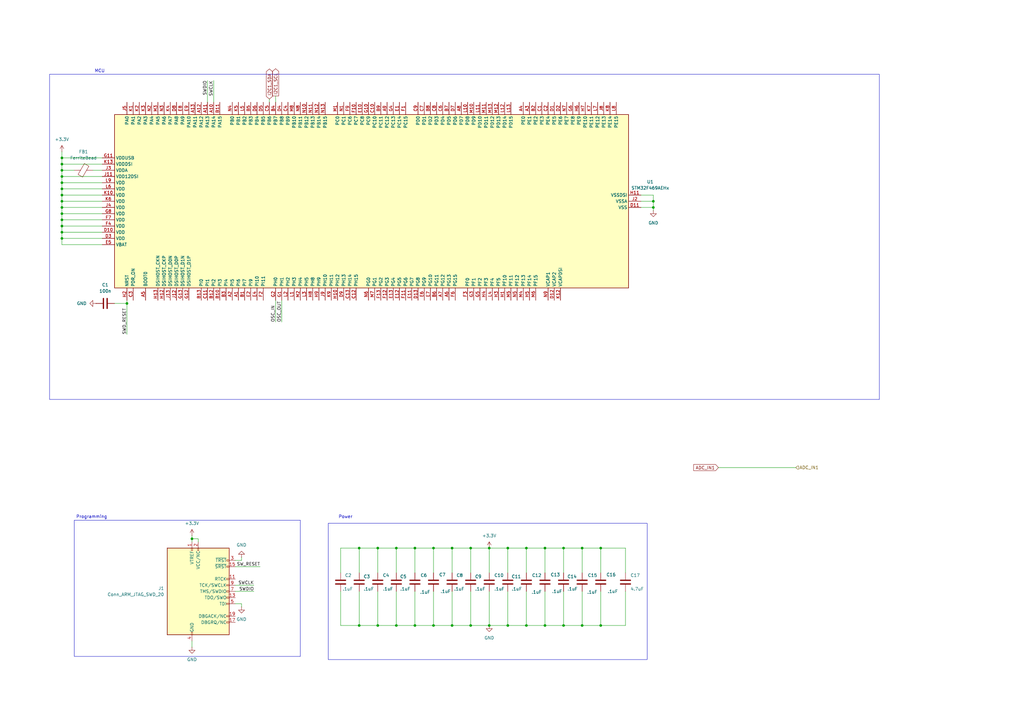
<source format=kicad_sch>
(kicad_sch (version 20250114) (generator "eeschema") (generator_version "9.0")
  (paper "A3")
  (lib_symbols
    (symbol "Connector:Conn_ARM_JTAG_SWD_20" (pin_names (offset 1.016))
      (property "Reference" "J" (at -5.08 21.59 0))
      (property "Value" "Conn_ARM_JTAG_SWD_20" (at -5.08 19.05 0))
      (symbol "Conn_ARM_JTAG_SWD_20_0_1"
        (rectangle (start -12.7 17.78) (end 12.7 -17.78) (stroke (width 0.254)) (fill (type background)))
        (rectangle (start -2.794 17.78) (end -2.286 16.764))
        (rectangle (start -2.794 -17.78) (end -2.286 -16.764))
        (rectangle (start -0.254 17.78) (end 0.254 16.764))
        (rectangle (start 11.684 2.286) (end 12.7 2.794))
        (rectangle (start 12.7 12.954) (end 11.684 12.446))
        (rectangle (start 12.7 10.414) (end 11.684 9.906))
        (rectangle (start 12.7 4.826) (end 11.684 5.334))
        (rectangle (start 12.7 -0.254) (end 11.684 0.254))
        (rectangle (start 12.7 -2.794) (end 11.684 -2.286))
        (rectangle (start 12.7 -9.906) (end 11.684 -10.414))
        (rectangle (start 12.7 -12.446) (end 11.684 -12.954))
      )
      (symbol "Conn_ARM_JTAG_SWD_20_1_1"
        (rectangle (start 11.684 -5.334) (end 12.7 -4.826))
        (pin power_in line (at -2.54 20.32 270) (length 2.54) (name "VTREF") (number "1"))
        (pin passive line (at -2.54 -20.32 90) (length 2.54) (hide yes) (name "GND") (number "10"))
        (pin passive line (at -2.54 -20.32 90) (length 2.54) (hide yes) (name "GND") (number "12"))
        (pin passive line (at -2.54 -20.32 90) (length 2.54) (hide yes) (name "GND") (number "14"))
        (pin passive line (at -2.54 -20.32 90) (length 2.54) (hide yes) (name "GND") (number "16"))
        (pin passive line (at -2.54 -20.32 90) (length 2.54) (hide yes) (name "GND") (number "18"))
        (pin passive line (at -2.54 -20.32 90) (length 2.54) (hide yes) (name "GND") (number "20"))
        (pin power_in line (at -2.54 -20.32 90) (length 2.54) (name "GND") (number "4"))
        (pin passive line (at -2.54 -20.32 90) (length 2.54) (hide yes) (name "GND") (number "6"))
        (pin passive line (at -2.54 -20.32 90) (length 2.54) (hide yes) (name "GND") (number "8"))
        (pin power_in line (at 0 20.32 270) (length 2.54) (name "VCC/NC") (number "2"))
        (pin output line (at 15.24 12.7 180) (length 2.54) (name "~{TRST}") (number "3"))
        (pin bidirectional line (at 15.24 10.16 180) (length 2.54) (name "~{SRST}") (number "15"))
        (pin input line (at 15.24 5.08 180) (length 2.54) (name "RTCK") (number "11"))
        (pin output line (at 15.24 2.54 180) (length 2.54) (name "TCK/SWCLK") (number "9"))
        (pin output line (at 15.24 0 180) (length 2.54) (name "TMS/SWDIO") (number "7"))
        (pin input line (at 15.24 -2.54 180) (length 2.54) (name "TDO/SWO") (number "13"))
        (pin output line (at 15.24 -5.08 180) (length 2.54) (name "TDI") (number "5"))
        (pin input line (at 15.24 -10.16 180) (length 2.54) (name "DBGACK/NC") (number "19"))
        (pin output line (at 15.24 -12.7 180) (length 2.54) (name "DBGRQ/NC") (number "17"))
      )
    )
    (symbol "Device:C" (pin_numbers (hide yes)) (pin_names (offset 0.254))
      (property "Reference" "C" (at 0.635 2.54 0))
      (property "Value" "C" (at 0.635 -2.54 0))
      (symbol "C_0_1"
        (polyline (pts (xy -2.032 0.762) (xy 2.032 0.762)) (stroke (width 0.508)))
        (polyline (pts (xy -2.032 -0.762) (xy 2.032 -0.762)) (stroke (width 0.508)))
      )
      (symbol "C_1_1"
        (pin passive line (at 0 3.81 270) (length 2.794) (name "~") (number "1"))
        (pin passive line (at 0 -3.81 90) (length 2.794) (name "~") (number "2"))
      )
    )
    (symbol "Device:FerriteBead" (pin_numbers (hide yes)) (pin_names (offset 0))
      (property "Reference" "FB" (at -3.81 0.635 90))
      (property "Value" "FerriteBead" (at 3.81 0 90))
      (symbol "FerriteBead_0_1"
        (polyline (pts (xy -2.7686 0.4064) (xy -1.7018 2.2606) (xy 2.7686 -0.3048) (xy 1.6764 -2.159) (xy -2.7686 0.4064)))
        (polyline (pts (xy 0 1.27) (xy 0 1.2954)))
        (polyline (pts (xy 0 -1.27) (xy 0 -1.2192)))
      )
      (symbol "FerriteBead_1_1"
        (pin passive line (at 0 3.81 270) (length 2.54) (name "~") (number "1"))
        (pin passive line (at 0 -3.81 90) (length 2.54) (name "~") (number "2"))
      )
    )
    (symbol "MCU_ST_STM32F4:STM32F469AEHx"
      (property "Reference" "U" (at -35.56 107.95 0))
      (property "Value" "STM32F469AEHx" (at 20.32 107.95 0))
      (symbol "STM32F469AEHx_0_1"
        (rectangle (start -35.56 -104.14) (end 35.56 106.68) (stroke (width 0.254)) (fill (type background)))
      )
      (symbol "STM32F469AEHx_1_1"
        (pin input line (at -40.64 101.6 0) (length 5.08) (name "NRST") (number "H2"))
        (pin input line (at -40.64 99.06 0) (length 5.08) (name "PDR_ON") (number "C3"))
        (pin input line (at -40.64 93.98 0) (length 5.08) (name "BOOT0") (number "A5"))
        (pin bidirectional line (at -40.64 88.9 0) (length 5.08) (name "DSIHOST_CKN") (number "H13"))
        (pin bidirectional line (at -40.64 86.36 0) (length 5.08) (name "DSIHOST_CKP") (number "H12"))
        (pin bidirectional line (at -40.64 83.82 0) (length 5.08) (name "DSIHOST_D0N") (number "J13"))
        (pin bidirectional line (at -40.64 81.28 0) (length 5.08) (name "DSIHOST_D0P") (number "J12"))
        (pin bidirectional line (at -40.64 78.74 0) (length 5.08) (name "DSIHOST_D1N") (number "G13"))
        (pin bidirectional line (at -40.64 76.2 0) (length 5.08) (name "DSIHOST_D1P") (number "G12"))
        (pin bidirectional line (at -40.64 71.12 0) (length 5.08) (name "PI0") (number "B13"))
        (pin bidirectional line (at -40.64 68.58 0) (length 5.08) (name "PI1") (number "C11"))
        (pin bidirectional line (at -40.64 66.04 0) (length 5.08) (name "PI2") (number "B12"))
        (pin bidirectional line (at -40.64 63.5 0) (length 5.08) (name "PI3") (number "B10"))
        (pin bidirectional line (at -40.64 60.96 0) (length 5.08) (name "PI4") (number "B3"))
        (pin bidirectional line (at -40.64 58.42 0) (length 5.08) (name "PI5") (number "A2"))
        (pin bidirectional line (at -40.64 55.88 0) (length 5.08) (name "PI6") (number "A1"))
        (pin bidirectional line (at -40.64 53.34 0) (length 5.08) (name "PI7") (number "B1"))
        (pin bidirectional line (at -40.64 50.8 0) (length 5.08) (name "PI9") (number "E2"))
        (pin bidirectional line (at -40.64 48.26 0) (length 5.08) (name "PI10") (number "E4"))
        (pin bidirectional line (at -40.64 45.72 0) (length 5.08) (name "PI11") (number "F2"))
        (pin bidirectional line (at -40.64 40.64 0) (length 5.08) (name "PH0") (number "G2"))
        (pin bidirectional line (at -40.64 38.1 0) (length 5.08) (name "PH1") (number "G1"))
        (pin bidirectional line (at -40.64 35.56 0) (length 5.08) (name "PH2") (number "L2"))
        (pin bidirectional line (at -40.64 33.02 0) (length 5.08) (name "PH3") (number "L1"))
        (pin bidirectional line (at -40.64 30.48 0) (length 5.08) (name "PH4") (number "M2"))
        (pin bidirectional line (at -40.64 27.94 0) (length 5.08) (name "PH5") (number "L3"))
        (pin bidirectional line (at -40.64 25.4 0) (length 5.08) (name "PH8") (number "H8"))
        (pin bidirectional line (at -40.64 22.86 0) (length 5.08) (name "PH9") (number "H9"))
        (pin bidirectional line (at -40.64 20.32 0) (length 5.08) (name "PH10") (number "J9"))
        (pin bidirectional line (at -40.64 17.78 0) (length 5.08) (name "PH11") (number "K9"))
        (pin bidirectional line (at -40.64 15.24 0) (length 5.08) (name "PH12") (number "H10"))
        (pin bidirectional line (at -40.64 12.7 0) (length 5.08) (name "PH13") (number "D9"))
        (pin bidirectional line (at -40.64 10.16 0) (length 5.08) (name "PH14") (number "C13"))
        (pin bidirectional line (at -40.64 7.62 0) (length 5.08) (name "PH15") (number "C12"))
        (pin bidirectional line (at -40.64 2.54 0) (length 5.08) (name "PG0") (number "N6"))
        (pin bidirectional line (at -40.64 0 0) (length 5.08) (name "PG1") (number "M7"))
        (pin bidirectional line (at -40.64 -2.54 0) (length 5.08) (name "PG2") (number "F13"))
        (pin bidirectional line (at -40.64 -5.08 0) (length 5.08) (name "PG3") (number "F12"))
        (pin bidirectional line (at -40.64 -7.62 0) (length 5.08) (name "PG4") (number "E13"))
        (pin bidirectional line (at -40.64 -10.16 0) (length 5.08) (name "PG5") (number "E12"))
        (pin bidirectional line (at -40.64 -12.7 0) (length 5.08) (name "PG6") (number "F11"))
        (pin bidirectional line (at -40.64 -15.24 0) (length 5.08) (name "PG7") (number "E11"))
        (pin bidirectional line (at -40.64 -17.78 0) (length 5.08) (name "PG8") (number "D13"))
        (pin bidirectional line (at -40.64 -20.32 0) (length 5.08) (name "PG9") (number "E6"))
        (pin bidirectional line (at -40.64 -22.86 0) (length 5.08) (name "PG10") (number "E7"))
        (pin bidirectional line (at -40.64 -25.4 0) (length 5.08) (name "PG11") (number "B6"))
        (pin bidirectional line (at -40.64 -27.94 0) (length 5.08) (name "PG12") (number "A7"))
        (pin bidirectional line (at -40.64 -30.48 0) (length 5.08) (name "PG13") (number "A6"))
        (pin bidirectional line (at -40.64 -33.02 0) (length 5.08) (name "PG15") (number "F6"))
        (pin bidirectional line (at -40.64 -38.1 0) (length 5.08) (name "PF0") (number "F3"))
        (pin bidirectional line (at -40.64 -40.64 0) (length 5.08) (name "PF1") (number "G3"))
        (pin bidirectional line (at -40.64 -43.18 0) (length 5.08) (name "PF2") (number "G5"))
        (pin bidirectional line (at -40.64 -45.72 0) (length 5.08) (name "PF3") (number "H4"))
        (pin bidirectional line (at -40.64 -48.26 0) (length 5.08) (name "PF4") (number "L4"))
        (pin bidirectional line (at -40.64 -50.8 0) (length 5.08) (name "PF5") (number "H3"))
        (pin bidirectional line (at -40.64 -53.34 0) (length 5.08) (name "PF10") (number "H1"))
        (pin bidirectional line (at -40.64 -55.88 0) (length 5.08) (name "PF11") (number "M5"))
        (pin bidirectional line (at -40.64 -58.42 0) (length 5.08) (name "PF12") (number "N5"))
        (pin bidirectional line (at -40.64 -60.96 0) (length 5.08) (name "PF13") (number "M4"))
        (pin bidirectional line (at -40.64 -63.5 0) (length 5.08) (name "PF14") (number "H5"))
        (pin bidirectional line (at -40.64 -66.04 0) (length 5.08) (name "PF15") (number "M6"))
        (pin power_out line (at -40.64 -71.12 0) (length 5.08) (name "VCAP1") (number "N9"))
        (pin power_out line (at -40.64 -73.66 0) (length 5.08) (name "VCAP2") (number "D12"))
        (pin power_out line (at -40.64 -76.2 0) (length 5.08) (name "VCAPDSI") (number "K12"))
        (pin power_in line (at -17.78 111.76 270) (length 5.08) (name "VBAT") (number "E5"))
        (pin power_in line (at -15.24 111.76 270) (length 5.08) (name "VDD") (number "D3"))
        (pin power_in line (at -12.7 111.76 270) (length 5.08) (name "VDD") (number "D10"))
        (pin power_in line (at -10.16 111.76 270) (length 5.08) (name "VDD") (number "F4"))
        (pin power_in line (at -7.62 111.76 270) (length 5.08) (name "VDD") (number "F7"))
        (pin power_in line (at -5.08 111.76 270) (length 5.08) (name "VDD") (number "G8"))
        (pin power_in line (at -2.54 111.76 270) (length 5.08) (name "VDD") (number "J4"))
        (pin power_in line (at -2.54 -109.22 90) (length 5.08) (name "VSS") (number "D11"))
        (pin passive line (at -2.54 -109.22 90) (length 5.08) (hide yes) (name "VSS") (number "E3"))
        (pin passive line (at -2.54 -109.22 90) (length 5.08) (hide yes) (name "VSS") (number "F5"))
        (pin passive line (at -2.54 -109.22 90) (length 5.08) (hide yes) (name "VSS") (number "F8"))
        (pin passive line (at -2.54 -109.22 90) (length 5.08) (hide yes) (name "VSS") (number "G7"))
        (pin passive line (at -2.54 -109.22 90) (length 5.08) (hide yes) (name "VSS") (number "G9"))
        (pin passive line (at -2.54 -109.22 90) (length 5.08) (hide yes) (name "VSS") (number "J1"))
        (pin passive line (at -2.54 -109.22 90) (length 5.08) (hide yes) (name "VSS") (number "J10"))
        (pin passive line (at -2.54 -109.22 90) (length 5.08) (hide yes) (name "VSS") (number "J6"))
        (pin passive line (at -2.54 -109.22 90) (length 5.08) (hide yes) (name "VSS") (number "J7"))
        (pin passive line (at -2.54 -109.22 90) (length 5.08) (hide yes) (name "VSS") (number "M9"))
        (pin power_in line (at 0 111.76 270) (length 5.08) (name "VDD") (number "K6"))
        (pin power_in line (at 0 -109.22 90) (length 5.08) (name "VSSA") (number "J2"))
        (pin power_in line (at 2.54 111.76 270) (length 5.08) (name "VDD") (number "K10"))
        (pin power_in line (at 2.54 -109.22 90) (length 5.08) (name "VSSDSI") (number "H11"))
        (pin passive line (at 2.54 -109.22 90) (length 5.08) (hide yes) (name "VSSDSI") (number "K11"))
        (pin power_in line (at 5.08 111.76 270) (length 5.08) (name "VDD") (number "L6"))
        (pin power_in line (at 7.62 111.76 270) (length 5.08) (name "VDD") (number "L9"))
        (pin power_in line (at 10.16 111.76 270) (length 5.08) (name "VDD12DSI") (number "J11"))
        (pin power_in line (at 12.7 111.76 270) (length 5.08) (name "VDDA") (number "J3"))
        (pin power_in line (at 15.24 111.76 270) (length 5.08) (name "VDDDSI") (number "K13"))
        (pin power_in line (at 17.78 111.76 270) (length 5.08) (name "VDDUSB") (number "G11"))
        (pin bidirectional line (at 40.64 101.6 180) (length 5.08) (name "PA0") (number "J5"))
        (pin bidirectional line (at 40.64 99.06 180) (length 5.08) (name "PA1") (number "K1"))
        (pin bidirectional line (at 40.64 96.52 180) (length 5.08) (name "PA2") (number "K2"))
        (pin bidirectional line (at 40.64 93.98 180) (length 5.08) (name "PA3") (number "K3"))
        (pin bidirectional line (at 40.64 91.44 180) (length 5.08) (name "PA4") (number "N2"))
        (pin bidirectional line (at 40.64 88.9 180) (length 5.08) (name "PA5") (number "M3"))
        (pin bidirectional line (at 40.64 86.36 180) (length 5.08) (name "PA6") (number "N3"))
        (pin bidirectional line (at 40.64 83.82 180) (length 5.08) (name "PA7") (number "K4"))
        (pin bidirectional line (at 40.64 81.28 180) (length 5.08) (name "PA8") (number "D8"))
        (pin bidirectional line (at 40.64 78.74 180) (length 5.08) (name "PA9") (number "E8"))
        (pin bidirectional line (at 40.64 76.2 180) (length 5.08) (name "PA10") (number "E9"))
        (pin bidirectional line (at 40.64 73.66 180) (length 5.08) (name "PA11") (number "A13"))
        (pin bidirectional line (at 40.64 71.12 180) (length 5.08) (name "PA12") (number "A12"))
        (pin bidirectional line (at 40.64 68.58 180) (length 5.08) (name "PA13") (number "A11"))
        (pin bidirectional line (at 40.64 66.04 180) (length 5.08) (name "PA14") (number "A10"))
        (pin bidirectional line (at 40.64 63.5 180) (length 5.08) (name "PA15") (number "B11"))
        (pin bidirectional line (at 40.64 58.42 180) (length 5.08) (name "PB0") (number "N4"))
        (pin bidirectional line (at 40.64 55.88 180) (length 5.08) (name "PB1") (number "K5"))
        (pin bidirectional line (at 40.64 53.34 180) (length 5.08) (name "PB2") (number "L5"))
        (pin bidirectional line (at 40.64 50.8 180) (length 5.08) (name "PB3") (number "B5"))
        (pin bidirectional line (at 40.64 48.26 180) (length 5.08) (name "PB4") (number "D6"))
        (pin bidirectional line (at 40.64 45.72 180) (length 5.08) (name "PB5") (number "D5"))
        (pin bidirectional line (at 40.64 43.18 180) (length 5.08) (name "PB6") (number "C5"))
        (pin bidirectional line (at 40.64 40.64 180) (length 5.08) (name "PB7") (number "B4"))
        (pin bidirectional line (at 40.64 38.1 180) (length 5.08) (name "PB8") (number "D4"))
        (pin bidirectional line (at 40.64 35.56 180) (length 5.08) (name "PB9") (number "C4"))
        (pin bidirectional line (at 40.64 33.02 180) (length 5.08) (name "PB10") (number "M8"))
        (pin bidirectional line (at 40.64 30.48 180) (length 5.08) (name "PB11") (number "N8"))
        (pin bidirectional line (at 40.64 27.94 180) (length 5.08) (name "PB12") (number "N10"))
        (pin bidirectional line (at 40.64 25.4 180) (length 5.08) (name "PB13") (number "N11"))
        (pin bidirectional line (at 40.64 22.86 180) (length 5.08) (name "PB14") (number "N12"))
        (pin bidirectional line (at 40.64 20.32 180) (length 5.08) (name "PB15") (number "N13"))
        (pin bidirectional line (at 40.64 15.24 180) (length 5.08) (name "PC0") (number "M1"))
        (pin bidirectional line (at 40.64 12.7 180) (length 5.08) (name "PC1") (number "N1"))
        (pin bidirectional line (at 40.64 10.16 180) (length 5.08) (name "PC6") (number "F9"))
        (pin bidirectional line (at 40.64 7.62 180) (length 5.08) (name "PC7") (number "F10"))
        (pin bidirectional line (at 40.64 5.08 180) (length 5.08) (name "PC8") (number "E10"))
        (pin bidirectional line (at 40.64 2.54 180) (length 5.08) (name "PC9") (number "G10"))
        (pin bidirectional line (at 40.64 0 180) (length 5.08) (name "PC10") (number "C10"))
        (pin bidirectional line (at 40.64 -2.54 180) (length 5.08) (name "PC11") (number "B9"))
        (pin bidirectional line (at 40.64 -5.08 180) (length 5.08) (name "PC12") (number "A9"))
        (pin bidirectional line (at 40.64 -7.62 180) (length 5.08) (name "PC13") (number "G4"))
        (pin bidirectional line (at 40.64 -10.16 180) (length 5.08) (name "PC14") (number "E1"))
        (pin bidirectional line (at 40.64 -12.7 180) (length 5.08) (name "PC15") (number "F1"))
        (pin bidirectional line (at 40.64 -17.78 180) (length 5.08) (name "PD0") (number "C9"))
        (pin bidirectional line (at 40.64 -20.32 180) (length 5.08) (name "PD1") (number "C7"))
        (pin bidirectional line (at 40.64 -22.86 180) (length 5.08) (name "PD2") (number "B8"))
        (pin bidirectional line (at 40.64 -25.4 180) (length 5.08) (name "PD3") (number "C8"))
        (pin bidirectional line (at 40.64 -27.94 180) (length 5.08) (name "PD4") (number "C6"))
        (pin bidirectional line (at 40.64 -30.48 180) (length 5.08) (name "PD5") (number "B7"))
        (pin bidirectional line (at 40.64 -33.02 180) (length 5.08) (name "PD6") (number "D7"))
        (pin bidirectional line (at 40.64 -35.56 180) (length 5.08) (name "PD7") (number "A8"))
        (pin bidirectional line (at 40.64 -38.1 180) (length 5.08) (name "PD8") (number "L10"))
        (pin bidirectional line (at 40.64 -40.64 180) (length 5.08) (name "PD9") (number "M10"))
        (pin bidirectional line (at 40.64 -43.18 180) (length 5.08) (name "PD10") (number "L11"))
        (pin bidirectional line (at 40.64 -45.72 180) (length 5.08) (name "PD11") (number "M11"))
        (pin bidirectional line (at 40.64 -48.26 180) (length 5.08) (name "PD12") (number "M13"))
        (pin bidirectional line (at 40.64 -50.8 180) (length 5.08) (name "PD13") (number "M12"))
        (pin bidirectional line (at 40.64 -53.34 180) (length 5.08) (name "PD14") (number "L12"))
        (pin bidirectional line (at 40.64 -55.88 180) (length 5.08) (name "PD15") (number "L13"))
        (pin bidirectional line (at 40.64 -60.96 180) (length 5.08) (name "PE0") (number "A4"))
        (pin bidirectional line (at 40.64 -63.5 180) (length 5.08) (name "PE1") (number "A3"))
        (pin bidirectional line (at 40.64 -66.04 180) (length 5.08) (name "PE2") (number "B2"))
        (pin bidirectional line (at 40.64 -68.58 180) (length 5.08) (name "PE3") (number "C1"))
        (pin bidirectional line (at 40.64 -71.12 180) (length 5.08) (name "PE4") (number "C2"))
        (pin bidirectional line (at 40.64 -73.66 180) (length 5.08) (name "PE5") (number "D1"))
        (pin bidirectional line (at 40.64 -76.2 180) (length 5.08) (name "PE6") (number "D2"))
        (pin bidirectional line (at 40.64 -78.74 180) (length 5.08) (name "PE7") (number "N7"))
        (pin bidirectional line (at 40.64 -81.28 180) (length 5.08) (name "PE8") (number "G6"))
        (pin bidirectional line (at 40.64 -83.82 180) (length 5.08) (name "PE9") (number "H6"))
        (pin bidirectional line (at 40.64 -86.36 180) (length 5.08) (name "PE10") (number "H7"))
        (pin bidirectional line (at 40.64 -88.9 180) (length 5.08) (name "PE11") (number "K7"))
        (pin bidirectional line (at 40.64 -91.44 180) (length 5.08) (name "PE12") (number "L7"))
        (pin bidirectional line (at 40.64 -93.98 180) (length 5.08) (name "PE13") (number "J8"))
        (pin bidirectional line (at 40.64 -96.52 180) (length 5.08) (name "PE14") (number "K8"))
        (pin bidirectional line (at 40.64 -99.06 180) (length 5.08) (name "PE15") (number "L8"))
      )
    )
    (symbol "power:+3.3V" (power) (pin_numbers (hide yes)) (pin_names (offset 0) (hide yes))
      (property "Value" "+3.3V" (at 0 3.556 0))
      (symbol "+3.3V_0_1"
        (polyline (pts (xy -0.762 1.27) (xy 0 2.54)))
        (polyline (pts (xy 0 2.54) (xy 0.762 1.27)))
        (polyline (pts (xy 0 0) (xy 0 2.54)))
      )
      (symbol "+3.3V_1_1"
        (pin power_in line (at 0 0 90) (length 0) (name "~") (number "1"))
      )
    )
    (symbol "power:GND" (power) (pin_numbers (hide yes)) (pin_names (offset 0) (hide yes))
      (property "Value" "GND" (at 0 -3.81 0))
      (symbol "GND_0_1"
        (polyline (pts (xy 0 0) (xy 0 -1.27) (xy 1.27 -1.27) (xy 0 -2.54) (xy -1.27 -1.27) (xy 0 -1.27)))
      )
      (symbol "GND_1_1"
        (pin power_in line (at 0 0 270) (length 0) (name "~") (number "1"))
      )
    )
  )
  (rectangle (start 20.32 30.48) (end 360.68 163.83))
  (rectangle (start 30.48 213.36) (end 123.19 269.24))
  (rectangle (start 134.62 214.63) (end 265.43 270.51))
  (text "Programming" (at 37.592 212.09 0) (effects (font (size 1.27 1.27))))
  (text "Power\n" (at 141.732 212.09 0) (effects (font (size 1.27 1.27))))
  (text "MCU" (at 40.894 29.21 0) (effects (font (size 1.27 1.27))))
  (junction (at 25.4 77.47))
  (junction (at 170.18 224.79))
  (junction (at 78.74 220.98))
  (junction (at 154.94 224.79))
  (junction (at 193.04 224.79))
  (junction (at 208.28 224.79))
  (junction (at 162.56 256.54))
  (junction (at 25.4 97.79))
  (junction (at 246.38 224.79))
  (junction (at 200.66 224.79))
  (junction (at 177.8 256.54))
  (junction (at 231.14 256.54))
  (junction (at 215.9 224.79))
  (junction (at 25.4 87.63))
  (junction (at 25.4 69.85))
  (junction (at 246.38 256.54))
  (junction (at 185.42 224.79))
  (junction (at 25.4 92.71))
  (junction (at 147.32 256.54))
  (junction (at 25.4 64.77))
  (junction (at 223.52 256.54))
  (junction (at 200.66 256.54))
  (junction (at 154.94 256.54))
  (junction (at 52.07 124.46))
  (junction (at 231.14 224.79))
  (junction (at 170.18 256.54))
  (junction (at 223.52 224.79))
  (junction (at 25.4 74.93))
  (junction (at 25.4 82.55))
  (junction (at 25.4 90.17))
  (junction (at 25.4 95.25))
  (junction (at 193.04 256.54))
  (junction (at 177.8 224.79))
  (junction (at 147.32 224.79))
  (junction (at 25.4 67.31))
  (junction (at 208.28 256.54))
  (junction (at 185.42 256.54))
  (junction (at 267.97 85.09))
  (junction (at 25.4 85.09))
  (junction (at 25.4 72.39))
  (junction (at 25.4 80.01))
  (junction (at 162.56 224.79))
  (junction (at 267.97 82.55))
  (junction (at 215.9 256.54))
  (junction (at 238.76 224.79))
  (junction (at 238.76 256.54))
  (wire (pts (xy 231.14 224.79) (xy 231.14 234.95)))
  (wire (pts (xy 25.4 80.01) (xy 25.4 77.47)))
  (wire (pts (xy 170.18 256.54) (xy 177.8 256.54)))
  (wire (pts (xy 81.28 220.98) (xy 78.74 220.98)))
  (wire (pts (xy 147.32 224.79) (xy 147.32 234.95)))
  (wire (pts (xy 208.28 256.54) (xy 200.66 256.54)))
  (wire (pts (xy 215.9 224.79) (xy 208.28 224.79)))
  (wire (pts (xy 99.06 248.92) (xy 99.06 247.65)))
  (wire (pts (xy 25.4 92.71) (xy 41.91 92.71)))
  (wire (pts (xy 256.54 234.95) (xy 256.54 224.79)))
  (wire (pts (xy 25.4 80.01) (xy 41.91 80.01)))
  (wire (pts (xy 177.8 242.57) (xy 177.8 256.54)))
  (wire (pts (xy 162.56 256.54) (xy 154.94 256.54)))
  (wire (pts (xy 139.7 256.54) (xy 139.7 242.57)))
  (wire (pts (xy 231.14 256.54) (xy 223.52 256.54)))
  (wire (pts (xy 185.42 224.79) (xy 185.42 234.95)))
  (wire (pts (xy 115.57 123.19) (xy 115.57 132.08)))
  (wire (pts (xy 193.04 234.95) (xy 193.04 224.79)))
  (wire (pts (xy 267.97 86.36) (xy 267.97 85.09)))
  (wire (pts (xy 154.94 224.79) (xy 154.94 234.95)))
  (wire (pts (xy 25.4 74.93) (xy 41.91 74.93)))
  (wire (pts (xy 200.66 242.57) (xy 200.66 256.54)))
  (wire (pts (xy 25.4 100.33) (xy 25.4 97.79)))
  (wire (pts (xy 110.49 40.64) (xy 110.49 41.91)))
  (wire (pts (xy 25.4 67.31) (xy 25.4 69.85)))
  (wire (pts (xy 267.97 82.55) (xy 267.97 80.01)))
  (wire (pts (xy 262.89 80.01) (xy 267.97 80.01)))
  (wire (pts (xy 25.4 72.39) (xy 41.91 72.39)))
  (wire (pts (xy 25.4 85.09) (xy 25.4 82.55)))
  (wire (pts (xy 223.52 224.79) (xy 223.52 234.95)))
  (wire (pts (xy 52.07 124.46) (xy 52.07 137.16)))
  (wire (pts (xy 246.38 256.54) (xy 238.76 256.54)))
  (wire (pts (xy 139.7 234.95) (xy 139.7 224.79)))
  (wire (pts (xy 25.4 87.63) (xy 41.91 87.63)))
  (wire (pts (xy 170.18 224.79) (xy 177.8 224.79)))
  (wire (pts (xy 25.4 69.85) (xy 25.4 72.39)))
  (wire (pts (xy 78.74 219.71) (xy 78.74 220.98)))
  (wire (pts (xy 139.7 224.79) (xy 147.32 224.79)))
  (wire (pts (xy 25.4 92.71) (xy 25.4 90.17)))
  (wire (pts (xy 25.4 77.47) (xy 41.91 77.47)))
  (wire (pts (xy 200.66 224.79) (xy 200.66 234.95)))
  (wire (pts (xy 162.56 224.79) (xy 170.18 224.79)))
  (wire (pts (xy 162.56 242.57) (xy 162.56 256.54)))
  (wire (pts (xy 215.9 256.54) (xy 208.28 256.54)))
  (wire (pts (xy 25.4 82.55) (xy 41.91 82.55)))
  (wire (pts (xy 238.76 224.79) (xy 231.14 224.79)))
  (wire (pts (xy 262.89 85.09) (xy 267.97 85.09)))
  (wire (pts (xy 25.4 64.77) (xy 25.4 62.23)))
  (wire (pts (xy 113.03 39.37) (xy 113.03 41.91)))
  (wire (pts (xy 208.28 224.79) (xy 208.28 234.95)))
  (wire (pts (xy 25.4 85.09) (xy 41.91 85.09)))
  (wire (pts (xy 25.4 95.25) (xy 41.91 95.25)))
  (wire (pts (xy 96.52 229.87) (xy 99.06 229.87)))
  (wire (pts (xy 147.32 242.57) (xy 147.32 256.54)))
  (wire (pts (xy 25.4 90.17) (xy 25.4 87.63)))
  (wire (pts (xy 223.52 242.57) (xy 223.52 256.54)))
  (wire (pts (xy 78.74 262.89) (xy 78.74 265.43)))
  (wire (pts (xy 238.76 256.54) (xy 231.14 256.54)))
  (wire (pts (xy 25.4 74.93) (xy 25.4 72.39)))
  (wire (pts (xy 154.94 224.79) (xy 162.56 224.79)))
  (wire (pts (xy 177.8 224.79) (xy 177.8 234.95)))
  (wire (pts (xy 223.52 256.54) (xy 215.9 256.54)))
  (wire (pts (xy 193.04 242.57) (xy 193.04 256.54)))
  (wire (pts (xy 185.42 242.57) (xy 185.42 256.54)))
  (wire (pts (xy 25.4 100.33) (xy 41.91 100.33)))
  (wire (pts (xy 215.9 242.57) (xy 215.9 256.54)))
  (wire (pts (xy 208.28 224.79) (xy 200.66 224.79)))
  (wire (pts (xy 25.4 67.31) (xy 25.4 64.77)))
  (wire (pts (xy 238.76 242.57) (xy 238.76 256.54)))
  (wire (pts (xy 256.54 256.54) (xy 246.38 256.54)))
  (wire (pts (xy 87.63 33.02) (xy 87.63 41.91)))
  (wire (pts (xy 170.18 256.54) (xy 162.56 256.54)))
  (wire (pts (xy 25.4 77.47) (xy 25.4 74.93)))
  (wire (pts (xy 81.28 222.25) (xy 81.28 220.98)))
  (wire (pts (xy 154.94 242.57) (xy 154.94 256.54)))
  (wire (pts (xy 294.64 191.77) (xy 326.39 191.77)))
  (wire (pts (xy 162.56 224.79) (xy 162.56 234.95)))
  (wire (pts (xy 238.76 224.79) (xy 238.76 234.95)))
  (wire (pts (xy 185.42 224.79) (xy 193.04 224.79)))
  (wire (pts (xy 177.8 256.54) (xy 185.42 256.54)))
  (wire (pts (xy 25.4 82.55) (xy 25.4 80.01)))
  (wire (pts (xy 147.32 256.54) (xy 139.7 256.54)))
  (wire (pts (xy 208.28 242.57) (xy 208.28 256.54)))
  (wire (pts (xy 25.4 97.79) (xy 41.91 97.79)))
  (wire (pts (xy 25.4 97.79) (xy 25.4 95.25)))
  (wire (pts (xy 246.38 224.79) (xy 246.38 234.95)))
  (wire (pts (xy 256.54 242.57) (xy 256.54 256.54)))
  (wire (pts (xy 106.68 232.41) (xy 96.52 232.41)))
  (wire (pts (xy 96.52 242.57) (xy 104.14 242.57)))
  (wire (pts (xy 85.09 33.02) (xy 85.09 41.91)))
  (wire (pts (xy 25.4 87.63) (xy 25.4 85.09)))
  (wire (pts (xy 78.74 220.98) (xy 78.74 222.25)))
  (wire (pts (xy 256.54 224.79) (xy 246.38 224.79)))
  (wire (pts (xy 25.4 69.85) (xy 30.48 69.85)))
  (wire (pts (xy 25.4 67.31) (xy 41.91 67.31)))
  (wire (pts (xy 262.89 82.55) (xy 267.97 82.55)))
  (wire (pts (xy 193.04 256.54) (xy 200.66 256.54)))
  (wire (pts (xy 25.4 95.25) (xy 25.4 92.71)))
  (wire (pts (xy 104.14 240.03) (xy 96.52 240.03)))
  (wire (pts (xy 25.4 90.17) (xy 41.91 90.17)))
  (wire (pts (xy 170.18 224.79) (xy 170.18 234.95)))
  (wire (pts (xy 231.14 224.79) (xy 223.52 224.79)))
  (wire (pts (xy 231.14 242.57) (xy 231.14 256.54)))
  (wire (pts (xy 52.07 123.19) (xy 52.07 124.46)))
  (wire (pts (xy 99.06 229.87) (xy 99.06 228.6)))
  (wire (pts (xy 246.38 242.57) (xy 246.38 256.54)))
  (wire (pts (xy 177.8 224.79) (xy 185.42 224.79)))
  (wire (pts (xy 46.99 124.46) (xy 52.07 124.46)))
  (wire (pts (xy 267.97 85.09) (xy 267.97 82.55)))
  (wire (pts (xy 147.32 224.79) (xy 154.94 224.79)))
  (wire (pts (xy 38.1 69.85) (xy 41.91 69.85)))
  (wire (pts (xy 215.9 224.79) (xy 215.9 234.95)))
  (wire (pts (xy 193.04 224.79) (xy 200.66 224.79)))
  (wire (pts (xy 170.18 242.57) (xy 170.18 256.54)))
  (wire (pts (xy 223.52 224.79) (xy 215.9 224.79)))
  (wire (pts (xy 154.94 256.54) (xy 147.32 256.54)))
  (wire (pts (xy 25.4 64.77) (xy 41.91 64.77)))
  (wire (pts (xy 185.42 256.54) (xy 193.04 256.54)))
  (wire (pts (xy 246.38 224.79) (xy 238.76 224.79)))
  (wire (pts (xy 96.52 247.65) (xy 99.06 247.65)))
  (wire (pts (xy 113.03 123.19) (xy 113.03 132.08)))
  (label "SWDIO" (at 104.14 242.57 180))
  (label "SWD_RESET" (at 52.07 137.16 90))
  (label "OSC_OUT" (at 115.57 132.08 90))
  (label "SWCLK" (at 87.63 33.02 270))
  (label "SWCLK" (at 104.14 240.03 180))
  (label "SW_RESET" (at 106.68 232.41 180))
  (label "OSC_IN" (at 113.03 132.08 90))
  (label "SWDIO" (at 85.09 33.02 270))
  (global_label "I2C1_SCL" (shape output) (at 113.03 39.37 90) (property "Intersheetrefs" "${INTERSHEET_REFS}" (effects (hide yes))))
  (global_label "I2C1_SDA" (shape bidirectional) (at 110.49 40.64 90) (property "Intersheetrefs" "${INTERSHEET_REFS}" (effects (hide yes))))
  (global_label "ADC_IN1" (shape input) (at 294.64 191.77 180) (property "Intersheetrefs" "${INTERSHEET_REFS}" (effects (hide yes))))
  (hierarchical_label "ADC_IN1" (shape input) (at 326.39 191.77 0))
  (symbol (lib_id "Device:C") (at 139.7 238.76 0) (unit 1)
    (property "Reference" "C2" (at 141.478 235.966 0) (effects (justify left)))
    (property "Value" ".1uF" (at 140.462 241.554 0) (effects (justify left)))
    (property "Description" "Unpolarized capacitor" (effects (hide yes)))
  )
  (symbol (lib_id "power:GND") (at 267.97 86.36 0) (unit 1)
    (property "Reference" "#PWR011" (effects (hide yes)))
    (property "Value" "GND" (at 267.97 91.44 0))
    (property "Description" "Power symbol creates a global label with name \"GND\" , ground" (effects (hide yes)))
  )
  (symbol (lib_id "Connector:Conn_ARM_JTAG_SWD_20") (at 81.28 242.57 0) (unit 1)
    (property "Reference" "J1" (at 67.31 241.2999 0) (effects (justify right)))
    (property "Value" "Conn_ARM_JTAG_SWD_20" (at 67.31 243.8399 0) (effects (justify right)))
    (property "Datasheet" "http://infocenter.arm.com/help/topic/com.arm.doc.dui0499b/DUI0499B_system_design_reference.pdf" (effects (hide yes)))
    (property "Description" "Standard IDC20 Pinheader Connector, ARM legacy JTAG and SWD interface" (effects (hide yes)))
  )
  (symbol (lib_id "Device:C") (at 246.38 238.76 0) (unit 1)
    (property "Reference" "C16" (at 248.666 235.712 0) (effects (justify left)))
    (property "Value" ".1uF" (at 249.174 242.57 0) (effects (justify left)))
    (property "Description" "Unpolarized capacitor" (effects (hide yes)))
  )
  (symbol (lib_id "Device:C") (at 185.42 238.76 0) (unit 1)
    (property "Reference" "C8" (at 187.198 235.966 0) (effects (justify left)))
    (property "Value" ".1uF" (at 186.182 241.554 0) (effects (justify left)))
    (property "Description" "Unpolarized capacitor" (effects (hide yes)))
  )
  (symbol (lib_id "Device:C") (at 170.18 238.76 0) (unit 1)
    (property "Reference" "C6" (at 172.466 235.966 0) (effects (justify left)))
    (property "Value" ".1uF" (at 172.212 242.824 0) (effects (justify left)))
    (property "Description" "Unpolarized capacitor" (effects (hide yes)))
  )
  (symbol (lib_id "MCU_ST_STM32F4:STM32F469AEHx") (at 153.67 82.55 90) (unit 1)
    (property "Reference" "U1" (at 266.7 74.5646 90))
    (property "Value" "STM32F469AEHx" (at 266.7 77.1046 90))
    (property "Footprint" "Package_BGA:UFBGA-169_7x7mm_Layout13x13_P0.5mm" (effects (hide yes)))
    (property "Datasheet" "https://www.st.com/resource/en/datasheet/stm32f469ae.pdf" (effects (hide yes)))
    (property "Description" "STMicroelectronics Arm Cortex-M4 MCU, 512KB flash, 384KB RAM, 180 MHz, 1.7-3.6V, 128 GPIO, UFBGA169" (effects (hide yes)))
  )
  (symbol (lib_id "power:+3.3V") (at -30.48 43.18 0) (unit 1)
    (property "Reference" "#PWR07" (effects (hide yes)))
    (property "Value" "+3.3V" (at -30.48 38.1 0))
    (property "Description" "Power symbol creates a global label with name \"+3.3V\"" (effects (hide yes)))
  )
  (symbol (lib_id "Device:C") (at 256.54 238.76 0) (unit 1)
    (property "Reference" "C17" (at 258.572 235.966 0) (effects (justify left)))
    (property "Value" "4.7uF" (at 258.572 241.554 0) (effects (justify left)))
    (property "Description" "Unpolarized capacitor" (effects (hide yes)))
  )
  (symbol (lib_id "Device:C") (at 200.66 238.76 0) (unit 1)
    (property "Reference" "C10" (at 202.692 235.966 0) (effects (justify left)))
    (property "Value" ".1uF" (at 202.692 241.554 0) (effects (justify left)))
    (property "Description" "Unpolarized capacitor" (effects (hide yes)))
  )
  (symbol (lib_id "Device:C") (at 193.04 238.76 0) (unit 1)
    (property "Reference" "C9" (at 194.818 236.474 0) (effects (justify left)))
    (property "Value" ".1uF" (at 194.818 241.554 0) (effects (justify left)))
    (property "Description" "Unpolarized capacitor" (effects (hide yes)))
  )
  (symbol (lib_id "Device:C") (at 43.18 124.46 90) (unit 1)
    (property "Reference" "C1" (at 43.18 116.84 90))
    (property "Value" "100n" (at 43.18 119.38 90))
    (property "Description" "Unpolarized capacitor" (effects (hide yes)))
  )
  (symbol (lib_id "Device:C") (at 215.9 238.76 0) (unit 1)
    (property "Reference" "C12" (at 218.186 235.966 0) (effects (justify left)))
    (property "Value" ".1uF" (at 217.932 242.824 0) (effects (justify left)))
    (property "Description" "Unpolarized capacitor" (effects (hide yes)))
  )
  (symbol (lib_id "power:GND") (at 39.37 124.46 270) (unit 1)
    (property "Reference" "#PWR05" (effects (hide yes)))
    (property "Value" "GND" (at 35.56 124.4599 90) (effects (justify right)))
    (property "Description" "Power symbol creates a global label with name \"GND\" , ground" (effects (hide yes)))
  )
  (symbol (lib_id "Device:C") (at 208.28 238.76 0) (unit 1)
    (property "Reference" "C11" (at 209.804 236.474 0) (effects (justify left)))
    (property "Value" ".1uF" (at 209.804 241.554 0) (effects (justify left)))
    (property "Description" "Unpolarized capacitor" (effects (hide yes)))
  )
  (symbol (lib_id "Device:C") (at 238.76 238.76 0) (unit 1)
    (property "Reference" "C15" (at 241.046 235.966 0) (effects (justify left)))
    (property "Value" ".1uF" (at 240.792 242.824 0) (effects (justify left)))
    (property "Description" "Unpolarized capacitor" (effects (hide yes)))
  )
  (symbol (lib_id "power:GND") (at 200.66 256.54 0) (unit 1)
    (property "Reference" "#PWR013" (effects (hide yes)))
    (property "Value" "GND" (at 200.66 261.62 0))
    (property "Description" "Power symbol creates a global label with name \"GND\" , ground" (effects (hide yes)))
  )
  (symbol (lib_id "Device:C") (at 147.32 238.76 0) (unit 1)
    (property "Reference" "C3" (at 149.098 236.474 0) (effects (justify left)))
    (property "Value" ".1uF" (at 149.098 241.554 0) (effects (justify left)))
    (property "Description" "Unpolarized capacitor" (effects (hide yes)))
  )
  (symbol (lib_id "Device:FerriteBead") (at 34.29 69.85 90) (unit 1)
    (property "Reference" "FB1" (at 34.2392 62.23 90))
    (property "Value" "FerriteBead" (at 34.2392 64.77 90))
    (property "Description" "Ferrite bead" (effects (hide yes)))
  )
  (symbol (lib_id "power:+3.3V") (at 25.4 62.23 0) (unit 1)
    (property "Reference" "#PWR09" (effects (hide yes)))
    (property "Value" "+3.3V" (at 25.4 57.15 0))
    (property "Description" "Power symbol creates a global label with name \"+3.3V\"" (effects (hide yes)))
  )
  (symbol (lib_id "power:GND") (at 78.74 265.43 0) (unit 1)
    (property "Reference" "#PWR02" (effects (hide yes)))
    (property "Value" "GND" (at 78.74 270.51 0))
    (property "Description" "Power symbol creates a global label with name \"GND\" , ground" (effects (hide yes)))
  )
  (symbol (lib_id "Device:C") (at 154.94 238.76 0) (unit 1)
    (property "Reference" "C4" (at 156.972 235.966 0) (effects (justify left)))
    (property "Value" ".1uF" (at 156.972 241.554 0) (effects (justify left)))
    (property "Description" "Unpolarized capacitor" (effects (hide yes)))
  )
  (symbol (lib_id "Device:C") (at 177.8 238.76 0) (unit 1)
    (property "Reference" "C7" (at 180.086 235.712 0) (effects (justify left)))
    (property "Value" ".1uF" (at 180.594 242.57 0) (effects (justify left)))
    (property "Description" "Unpolarized capacitor" (effects (hide yes)))
  )
  (symbol (lib_id "power:GND") (at 99.06 248.92 0) (unit 1)
    (property "Reference" "#PWR03" (effects (hide yes)))
    (property "Value" "GND" (at 99.06 254 0))
    (property "Description" "Power symbol creates a global label with name \"GND\" , ground" (effects (hide yes)))
  )
  (symbol (lib_id "Device:C") (at 162.56 238.76 0) (unit 1)
    (property "Reference" "C5" (at 164.084 236.474 0) (effects (justify left)))
    (property "Value" ".1uF" (at 164.084 241.554 0) (effects (justify left)))
    (property "Description" "Unpolarized capacitor" (effects (hide yes)))
  )
  (symbol (lib_id "power:+3.3V") (at 78.74 219.71 0) (unit 1)
    (property "Reference" "#PWR01" (effects (hide yes)))
    (property "Value" "+3.3V" (at 78.74 214.63 0))
    (property "Description" "Power symbol creates a global label with name \"+3.3V\"" (effects (hide yes)))
  )
  (symbol (lib_id "power:+3.3V") (at 200.66 224.79 0) (unit 1)
    (property "Reference" "#PWR012" (effects (hide yes)))
    (property "Value" "+3.3V" (at 200.66 219.71 0))
    (property "Description" "Power symbol creates a global label with name \"+3.3V\"" (effects (hide yes)))
  )
  (symbol (lib_id "power:GND") (at 99.06 228.6 180) (unit 1)
    (property "Reference" "#PWR04" (effects (hide yes)))
    (property "Value" "GND" (at 99.06 223.52 0))
    (property "Description" "Power symbol creates a global label with name \"GND\" , ground" (effects (hide yes)))
  )
  (symbol (lib_id "Device:C") (at 223.52 238.76 0) (unit 1)
    (property "Reference" "C13" (at 225.806 235.712 0) (effects (justify left)))
    (property "Value" ".1uF" (at 226.314 242.57 0) (effects (justify left)))
    (property "Description" "Unpolarized capacitor" (effects (hide yes)))
  )
  (symbol (lib_id "Device:C") (at 231.14 238.76 0) (unit 1)
    (property "Reference" "C14" (at 232.664 236.474 0) (effects (justify left)))
    (property "Value" ".1uF" (at 232.664 241.554 0) (effects (justify left)))
    (property "Description" "Unpolarized capacitor" (effects (hide yes)))
  )
)
</source>
